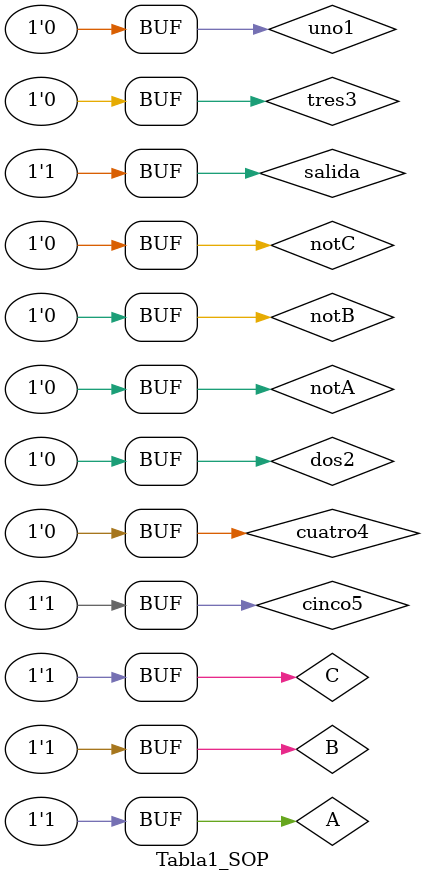
<source format=v>
module Tabla1_SOP();

reg A, B, C;
wire notA, notB, notC, uno1, dos2, tres3, cuatro4, cinco5, salida;

not a(notA, A);
not b(notB, B);
not c(notC, C);

and uno(uno1, notA, notB, notC);
and dos(dos2, notA, B, notC);
and tres(tres3, A, notB, notC);
and cuatro(cuatro4, A, notB, C);
and cinco(cinco5, A, B, C);

or ultima(salida, uno1, dos2, tres3, cuatro4, cinco5);

initial begin

$display("| A B C | Y |");
$display("|-------|---|");
$monitor("| %b %b %b | %b |", A, B, C, salida);
A = 0; B = 0; C = 0;
#1 C = 1;
#1 B = 1; C = 0;
#1 C = 1;
#1 A = 1; B = 0; C = 0;
#1 C = 1;
#1 B = 1; C = 0;
#1 C = 1;

end

endmodule

</source>
